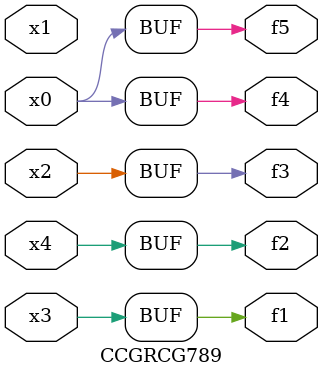
<source format=v>
module CCGRCG789(
	input x0, x1, x2, x3, x4,
	output f1, f2, f3, f4, f5
);
	assign f1 = x3;
	assign f2 = x4;
	assign f3 = x2;
	assign f4 = x0;
	assign f5 = x0;
endmodule

</source>
